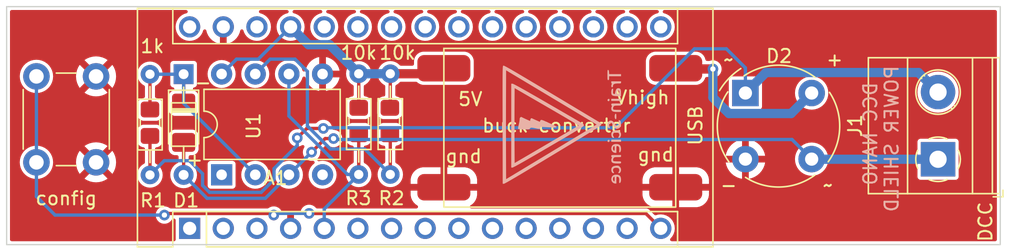
<source format=kicad_pcb>
(kicad_pcb (version 20211014) (generator pcbnew)
  (layers (0 "F.Cu" signal) (31 "B.Cu" signal) (34 "B.Paste" user) (35 "F.Paste" user) (36 "B.SilkS" user "B.Silkscreen") (37 "F.SilkS" user "F.Silkscreen") (38 "B.Mask" user) (39 "F.Mask" user) (44 "Edge.Cuts" user))
  (net 0 "")
  (net 4 "GND")
  (net 5 "/DCC")
  (net 15 "Net-(A1-Pad15)")
  (net 27 "+5V")
  (net 30 "Net-(D1-Pad1)")
  (net 31 "/DCC_B")
  (net 32 "/DCC_A")
  (net 33 "Net-(D2-Pad4)")
  (net 34 "Net-(R2-Pad2)")
  (footprint "Button_Switch_THT:SW_PUSH_6mm" (layer "F.Cu") (at 87.75 92.277 90)
    (fp_text reference "SW1" hide)
    (fp_text value "config" (at -2.723 2.25 180) (layer "F.SilkS"))
    (fp_line (start 5.5 -1) (end 1 -1) (layer "F.SilkS") (width 0.12))
    (fp_line (start 1 5.5) (end 5.5 5.5) (layer "F.SilkS") (width 0.12))
    (fp_line (start 6.75 3) (end 6.75 1.5) (layer "F.SilkS") (width 0.12))
    (fp_line (start -0.25 1.5) (end -0.25 3) (layer "F.SilkS") (width 0.12))
    (pad "1" thru_hole circle (at 0 0 180) (size 2 2) (drill 1.1) (layers *.Cu *.Mask) (net 15 "Net-(A1-Pad15)"))
    (pad "1" thru_hole circle (at 6.5 0 180) (size 2 2) (drill 1.1) (layers *.Cu *.Mask) (net 15 "Net-(A1-Pad15)"))
    (pad "2" thru_hole circle (at 0 4.5 180) (size 2 2) (drill 1.1) (layers *.Cu *.Mask) (net 4 "GND"))
    (pad "2" thru_hole circle (at 6.5 4.5 180) (size 2 2) (drill 1.1) (layers *.Cu *.Mask) (net 4 "GND"))
  )
  (footprint "Package_DIP:DIP-8_W7.62mm" (layer "F.Cu") (at 101.727 93.218 90)
    (fp_text reference "U1" (at 3.683 2.413 90) (layer "F.SilkS"))
    (fp_text value "6N137")
    (fp_line (start 6.46 -1.33) (end 4.81 -1.33) (layer "F.SilkS") (width 0.12))
    (fp_line (start 2.81 -1.33) (end 1.16 -1.33) (layer "F.SilkS") (width 0.12))
    (fp_line (start 1.16 8.95) (end 6.46 8.95) (layer "F.SilkS") (width 0.12))
    (fp_line (start 1.16 -1.33) (end 1.16 8.95) (layer "F.SilkS") (width 0.12))
    (fp_line (start 6.46 8.95) (end 6.46 -1.33) (layer "F.SilkS") (width 0.12))
    (fp_arc (start 4.81 -1.33) (mid 3.81 -0.33) (end 2.81 -1.33) (layer "F.SilkS") (width 0.12))
    (pad "1" thru_hole rect (at 0 0 90) (size 1.6 1.6) (drill 0.8) (layers *.Cu *.Mask))
    (pad "2" thru_hole oval (at 0 2.54 90) (size 1.6 1.6) (drill 0.8) (layers *.Cu *.Mask) (net 30 "Net-(D1-Pad1)"))
    (pad "3" thru_hole oval (at 0 5.08 90) (size 1.6 1.6) (drill 0.8) (layers *.Cu *.Mask) (net 31 "/DCC_B"))
    (pad "4" thru_hole oval (at 0 7.62 90) (size 1.6 1.6) (drill 0.8) (layers *.Cu *.Mask))
    (pad "5" thru_hole oval (at 7.62 7.62 90) (size 1.6 1.6) (drill 0.8) (layers *.Cu *.Mask) (net 4 "GND"))
    (pad "6" thru_hole oval (at 7.62 5.08 90) (size 1.6 1.6) (drill 0.8) (layers *.Cu *.Mask) (net 5 "/DCC"))
    (pad "7" thru_hole oval (at 7.62 2.54 90) (size 1.6 1.6) (drill 0.8) (layers *.Cu *.Mask) (net 34 "Net-(R2-Pad2)"))
    (pad "8" thru_hole oval (at 7.62 0 90) (size 1.6 1.6) (drill 0.8) (layers *.Cu *.Mask) (net 27 "+5V"))
  )
  (footprint "Resistor_SMD:R_0805_2012Metric_Pad1.20x1.40mm_HandSolder" (layer "F.Cu") (at 96.32 89.281 90)
    (fp_text reference "R11" hide)
    (fp_text value "1k")
    (fp_line (start -0.227064 0.735) (end 0.227064 0.735) (layer "F.SilkS") (width 0.12))
    (fp_line (start -0.227064 -0.735) (end 0.227064 -0.735) (layer "F.SilkS") (width 0.12))
    (pad "1" smd roundrect (at -1 0 90) (size 1.2 1.4) (layers "F.Cu" "F.Paste" "F.Mask") (roundrect_rratio 0.2083333333) (net 32 "/DCC_A"))
    (pad "2" smd roundrect (at 1 0 90) (size 1.2 1.4) (layers "F.Cu" "F.Paste" "F.Mask") (roundrect_rratio 0.2083333333) (net 30 "Net-(D1-Pad1)"))
  )
  (footprint "Diode_SMD:D_1206_3216Metric_Pad1.42x1.75mm_HandSolder" (layer "F.Cu") (at 98.86 89.281 -90)
    (fp_text reference "D11" hide)
    (fp_text value "D")
    (fp_line (start -2.46 -1.135) (end -2.46 1.135) (layer "F.SilkS") (width 0.12))
    (fp_line (start -2.46 1.135) (end 1.6 1.135) (layer "F.SilkS") (width 0.12))
    (fp_line (start 1.6 -1.135) (end -2.46 -1.135) (layer "F.SilkS") (width 0.12))
    (pad "1" smd roundrect (at -1.4875 0 270) (size 1.425 1.75) (layers "F.Cu" "F.Paste" "F.Mask") (roundrect_rratio 0.1754392982) (net 30 "Net-(D1-Pad1)"))
    (pad "2" smd roundrect (at 1.4875 0 270) (size 1.425 1.75) (layers "F.Cu" "F.Paste" "F.Mask") (roundrect_rratio 0.1754392982) (net 31 "/DCC_B"))
  )
  (footprint "Resistor_THT:R_Axial_DIN0204_L3.6mm_D1.6mm_P7.62mm_Horizontal" (layer "F.Cu") (at 114.459 85.577 -90)
    (fp_text reference "R2" (at 9.419 -0.095) (layer "F.SilkS"))
    (fp_text value "10k" (at -1.577 -0.541 180) (layer "F.SilkS"))
    (fp_line (start 1.89 -0.92) (end 1.89 0.92) (layer "F.SilkS") (width 0.12))
    (fp_line (start 0.94 0) (end 1.89 0) (layer "F.SilkS") (width 0.12))
    (fp_line (start 5.73 -0.92) (end 1.89 -0.92) (layer "F.SilkS") (width 0.12))
    (fp_line (start 6.68 0) (end 5.73 0) (layer "F.SilkS") (width 0.12))
    (fp_line (start 1.89 0.92) (end 5.73 0.92) (layer "F.SilkS") (width 0.12))
    (fp_line (start 5.73 0.92) (end 5.73 -0.92) (layer "F.SilkS") (width 0.12))
    (pad "1" thru_hole circle (at 0 0 270) (size 1.4 1.4) (drill 0.7) (layers *.Cu *.Mask) (net 27 "+5V"))
    (pad "2" thru_hole oval (at 7.62 0 270) (size 1.4 1.4) (drill 0.7) (layers *.Cu *.Mask) (net 34 "Net-(R2-Pad2)"))
  )
  (footprint "Module:Arduino_Nano" (layer "F.Cu") (at 99.314 97.272 90)
    (fp_text reference "A1" (at 3.8 6.477 180) (layer "F.SilkS"))
    (fp_text value "Arduino_Nano_v3.x")
    (fp_line (start 1.27 36.83) (end -1.4 36.83) (layer "F.SilkS") (width 0.12))
    (fp_line (start -1.4 -3.94) (end -1.4 -1.27) (layer "F.SilkS") (width 0.12))
    (fp_line (start 1.27 1.27) (end 1.27 36.83) (layer "F.SilkS") (width 0.12))
    (fp_line (start 1.27 1.27) (end 1.27 -1.27) (layer "F.SilkS") (width 0.12))
    (fp_line (start 16.64 -3.94) (end -1.4 -3.94) (layer "F.SilkS") (width 0.12))
    (fp_line (start 16.64 39.5) (end 16.64 -3.94) (layer "F.SilkS") (width 0.12))
    (fp_line (start 13.97 -1.27) (end 16.64 -1.27) (layer "F.SilkS") (width 0.12))
    (fp_line (start 13.97 -1.27) (end 13.97 36.83) (layer "F.SilkS") (width 0.12))
    (fp_line (start 1.27 -1.27) (end -1.4 -1.27) (layer "F.SilkS") (width 0.12))
    (fp_line (start -1.4 1.27) (end -1.4 39.5) (layer "F.SilkS") (width 0.12))
    (fp_line (start 13.97 36.83) (end 16.64 36.83) (layer "F.SilkS") (width 0.12))
    (fp_line (start 1.27 1.27) (end -1.4 1.27) (layer "F.SilkS") (width 0.12))
    (fp_line (start -1.4 39.5) (end 16.64 39.5) (layer "F.SilkS") (width 0.12))
    (pad "1" thru_hole rect (at 0 0 90) (size 1.6 1.6) (drill 1) (layers *.Cu *.Mask))
    (pad "2" thru_hole oval (at 0 2.54 90) (size 1.6 1.6) (drill 1) (layers *.Cu *.Mask))
    (pad "3" thru_hole oval (at 0 5.08 90) (size 1.6 1.6) (drill 1) (layers *.Cu *.Mask))
    (pad "4" thru_hole oval (at 0 7.62 90) (size 1.6 1.6) (drill 1) (layers *.Cu *.Mask) (net 4 "GND"))
    (pad "5" thru_hole oval (at 0 10.16 90) (size 1.6 1.6) (drill 1) (layers *.Cu *.Mask) (net 5 "/DCC"))
    (pad "6" thru_hole oval (at 0 12.7 90) (size 1.6 1.6) (drill 1) (layers *.Cu *.Mask))
    (pad "7" thru_hole oval (at 0 15.24 90) (size 1.6 1.6) (drill 1) (layers *.Cu *.Mask))
    (pad "8" thru_hole oval (at 0 17.78 90) (size 1.6 1.6) (drill 1) (layers *.Cu *.Mask))
    (pad "9" thru_hole oval (at 0 20.32 90) (size 1.6 1.6) (drill 1) (layers *.Cu *.Mask))
    (pad "10" thru_hole oval (at 0 22.86 90) (size 1.6 1.6) (drill 1) (layers *.Cu *.Mask))
    (pad "11" thru_hole oval (at 0 25.4 90) (size 1.6 1.6) (drill 1) (layers *.Cu *.Mask))
    (pad "12" thru_hole oval (at 0 27.94 90) (size 1.6 1.6) (drill 1) (layers *.Cu *.Mask))
    (pad "13" thru_hole oval (at 0 30.48 90) (size 1.6 1.6) (drill 1) (layers *.Cu *.Mask))
    (pad "14" thru_hole oval (at 0 33.02 90) (size 1.6 1.6) (drill 1) (layers *.Cu *.Mask))
    (pad "15" thru_hole oval (at 0 35.56 90) (size 1.6 1.6) (drill 1) (layers *.Cu *.Mask) (net 15 "Net-(A1-Pad15)"))
    (pad "16" thru_hole oval (at 15.24 35.56 90) (size 1.6 1.6) (drill 1) (layers *.Cu *.Mask))
    (pad "17" thru_hole oval (at 15.24 33.02 90) (size 1.6 1.6) (drill 1) (layers *.Cu *.Mask))
    (pad "18" thru_hole oval (at 15.24 30.48 90) (size 1.6 1.6) (drill 1) (layers *.Cu *.Mask))
    (pad "19" thru_hole oval (at 15.24 27.94 90) (size 1.6 1.6) (drill 1) (layers *.Cu *.Mask))
    (pad "20" thru_hole oval (at 15.24 25.4 90) (size 1.6 1.6) (drill 1) (layers *.Cu *.Mask))
    (pad "21" thru_hole oval (at 15.24 22.86 90) (size 1.6 1.6) (drill 1) (layers *.Cu *.Mask))
    (pad "22" thru_hole oval (at 15.24 20.32 90) (size 1.6 1.6) (drill 1) (layers *.Cu *.Mask))
    (pad "23" thru_hole oval (at 15.24 17.78 90) (size 1.6 1.6) (drill 1) (layers *.Cu *.Mask))
    (pad "24" thru_hole oval (at 15.24 15.24 90) (size 1.6 1.6) (drill 1) (layers *.Cu *.Mask))
    (pad "25" thru_hole oval (at 15.24 12.7 90) (size 1.6 1.6) (drill 1) (layers *.Cu *.Mask))
    (pad "26" thru_hole oval (at 15.24 10.16 90) (size 1.6 1.6) (drill 1) (layers *.Cu *.Mask))
    (pad "27" thru_hole oval (at 15.24 7.62 90) (size 1.6 1.6) (drill 1) (layers *.Cu *.Mask) (net 27 "+5V"))
    (pad "28" thru_hole oval (at 15.24 5.08 90) (size 1.6 1.6) (drill 1) (layers *.Cu *.Mask))
    (pad "29" thru_hole oval (at 15.24 2.54 90) (size 1.6 1.6) (drill 1) (layers *.Cu *.Mask) (net 4 "GND"))
    (pad "30" thru_hole oval (at 15.24 0 90) (size 1.6 1.6) (drill 1) (layers *.Cu *.Mask))
  )
  (footprint "Resistor_SMD:R_0805_2012Metric_Pad1.20x1.40mm_HandSolder" (layer "F.Cu") (at 112.078 89.154 -90)
    (fp_text reference "R31" hide)
    (fp_text value "10k")
    (fp_line (start -0.227064 0.735) (end 0.227064 0.735) (layer "F.SilkS") (width 0.12))
    (fp_line (start -0.227064 -0.735) (end 0.227064 -0.735) (layer "F.SilkS") (width 0.12))
    (pad "1" smd roundrect (at -1 0 270) (size 1.2 1.4) (layers "F.Cu" "F.Paste" "F.Mask") (roundrect_rratio 0.2083333333) (net 27 "+5V"))
    (pad "2" smd roundrect (at 1 0 270) (size 1.2 1.4) (layers "F.Cu" "F.Paste" "F.Mask") (roundrect_rratio 0.2083333333) (net 5 "/DCC"))
  )
  (footprint "custom_kicad_lib_sk:Buck" (layer "F.Cu") (at 125.004 88.162)
    (fp_text reference "U2")
    (fp_text value "Buck")
    (fp_text user "gnd" (at -5.004 3.659 unlocked) (layer "F.SilkS"))
    (fp_text user "gnd" (at 9.496 3.532 unlocked) (layer "F.SilkS"))
    (fp_text user "5V" (at -4.504 -0.662 unlocked) (layer "F.SilkS"))
    (fp_text user "Vhigh" (at 8.496 -0.786 unlocked) (layer "F.SilkS"))
    (fp_rect (start -6.5 -4.5) (end 11 7.5) (layer "F.SilkS") (width 0.12) (fill none))
    (pad "1" smd roundrect (at -6.5 -3) (size 4 2) (layers "F.Cu" "F.Paste" "F.Mask") (net 27 "+5V"))
    (pad "2" smd roundrect (at -6.5 6) (size 4 2) (layers "F.Cu" "F.Paste" "F.Mask") (net 4 "GND"))
    (pad "3" smd roundrect (at 11 6) (size 4 2) (layers "F.Cu" "F.Paste" "F.Mask") (net 4 "GND"))
    (pad "4" smd roundrect (at 11 -3) (size 4 2) (layers "F.Cu" "F.Paste" "F.Mask") (net 33 "Net-(D2-Pad4)"))
  )
  (footprint "Resistor_THT:R_Axial_DIN0204_L3.6mm_D1.6mm_P7.62mm_Horizontal" (layer "F.Cu") (at 112.078 85.577 -90)
    (fp_text reference "R3" (at 9.419 0.024 180) (layer "F.SilkS"))
    (fp_text value "10k" (at -1.577 0) (layer "F.SilkS"))
    (fp_line (start 5.73 0.92) (end 5.73 -0.92) (layer "F.SilkS") (width 0.12))
    (fp_line (start 1.89 0.92) (end 5.73 0.92) (layer "F.SilkS") (width 0.12))
    (fp_line (start 5.73 -0.92) (end 1.89 -0.92) (layer "F.SilkS") (width 0.12))
    (fp_line (start 6.68 0) (end 5.73 0) (layer "F.SilkS") (width 0.12))
    (fp_line (start 0.94 0) (end 1.89 0) (layer "F.SilkS") (width 0.12))
    (fp_line (start 1.89 -0.92) (end 1.89 0.92) (layer "F.SilkS") (width 0.12))
    (pad "1" thru_hole circle (at 0 0 270) (size 1.4 1.4) (drill 0.7) (layers *.Cu *.Mask) (net 27 "+5V"))
    (pad "2" thru_hole oval (at 7.62 0 270) (size 1.4 1.4) (drill 0.7) (layers *.Cu *.Mask) (net 5 "/DCC"))
  )
  (footprint "Diode_THT:Diode_Bridge_Round_D9.0mm" (layer "F.Cu") (at 141.264 87.035)
    (fp_text reference "D2" (at 2.54 -2.794) (layer "F.SilkS"))
    (fp_text value "D_Bridge_+A-A")
    (fp_arc (start -1.954487 -0.183757) (mid -1.246061 -1.107219) (end -0.35 -1.85) (layer "F.SilkS") (width 0.12))
    (fp_arc (start 6.35 -0.05) (mid 7.117021 2.590098) (end 6.247584 5.198261) (layer "F.SilkS") (width 0.12))
    (fp_arc (start -0.1 -1.3) (mid 2.595106 -2.103363) (end 5.254731 -1.189371) (layer "F.SilkS") (width 0.12))
    (fp_arc (start -1.25 5.2) (mid -2.120355 2.569427) (end -1.329431 -0.086109) (layer "F.SilkS") (width 0.12))
    (fp_arc (start 5.25 6.2) (mid 2.657169 7.107363) (end 0.008533 6.3788) (layer "F.SilkS") (width 0.12))
    (pad "1" thru_hole rect (at 0 0) (size 2 2) (drill 1) (layers *.Cu *.Mask) (net 32 "/DCC_A"))
    (pad "2" thru_hole oval (at 0 5) (size 2 2) (drill 1) (layers *.Cu *.Mask) (net 4 "GND"))
    (pad "3" thru_hole oval (at 5 5) (size 2 2) (drill 1) (layers *.Cu *.Mask) (net 31 "/DCC_B"))
    (pad "4" thru_hole oval (at 5 0) (size 2 2) (drill 1) (layers *.Cu *.Mask) (net 33 "Net-(D2-Pad4)"))
  )
  (footprint "TerminalBlock_Phoenix:TerminalBlock_Phoenix_MKDS-1,5-2-5.08_1x02_P5.08mm_Horizontal" (layer "F.Cu") (at 155.805 92.045 90)
    (fp_text reference "J1" (at 2.54 -6.26 90) (layer "F.SilkS"))
    (fp_text value "Screw_Terminal_01x02")
    (fp_line (start -2.6 4.66) (end 7.68 4.66) (layer "F.SilkS") (width 0.12))
    (fp_line (start 6.355 -1.069) (end 6.308 -1.023) (layer "F.SilkS") (width 0.12))
    (fp_line (start 3.853 1.023) (end 3.806 1.069) (layer "F.SilkS") (width 0.12))
    (fp_line (start -2.6 2.6) (end 7.68 2.6) (layer "F.SilkS") (width 0.12))
    (fp_line (start -2.84 4.9) (end -2.34 4.9) (layer "F.SilkS") (width 0.12))
    (fp_line (start 7.68 -5.261) (end 7.68 4.66) (layer "F.SilkS") (width 0.12))
    (fp_line (start -2.84 4.16) (end -2.84 4.9) (layer "F.SilkS") (width 0.12))
    (fp_line (start 4.046 1.239) (end 4.011 1.274) (layer "F.SilkS") (width 0.12))
    (fp_line (start -2.6 -2.301) (end 7.68 -2.301) (layer "F.SilkS") (width 0.12))
    (fp_line (start -2.6 4.1) (end 7.68 4.1) (layer "F.SilkS") (width 0.12))
    (fp_line (start 6.15 -1.275) (end 6.115 -1.239) (layer "F.SilkS") (width 0.12))
    (fp_line (start -2.6 -5.261) (end -2.6 4.66) (layer "F.SilkS") (width 0.12))
    (fp_line (start -2.6 -5.261) (end 7.68 -5.261) (layer "F.SilkS") (width 0.12))
    (fp_arc (start 1.535427 -0.683042) (mid 1.680501 0.000524) (end 1.535 0.684) (layer "F.SilkS") (width 0.12))
    (fp_arc (start 0.683318 1.534756) (mid 0.349292 1.643288) (end 0 1.68) (layer "F.SilkS") (width 0.12))
    (fp_arc (start -1.535427 0.683042) (mid -1.680501 -0.000524) (end -1.535 -0.684) (layer "F.SilkS") (width 0.12))
    (fp_arc (start -0.683042 -1.535427) (mid 0.000524 -1.680501) (end 0.684 -1.535) (layer "F.SilkS") (width 0.12))
    (fp_arc (start 0.028805 1.680253) (mid -0.335551 1.646659) (end -0.684 1.535) (layer "F.SilkS") (width 0.12))
    (fp_circle (center 5.08 0) (end 6.76 0) (layer "F.SilkS") (width 0.12) (fill none))
    (pad "1" thru_hole rect (at 0 0 90) (size 2.6 2.6) (drill 1.3) (layers *.Cu *.Mask) (net 31 "/DCC_B"))
    (pad "2" thru_hole circle (at 5.08 0 90) (size 2.6 2.6) (drill 1.3) (layers *.Cu *.Mask) (net 32 "/DCC_A"))
  )
  (footprint "Resistor_THT:R_Axial_DIN0204_L3.6mm_D1.6mm_P7.62mm_Horizontal" (layer "F.Cu") (at 96.32 93.233 90)
    (fp_text reference "R1" (at -1.926 0.23 180) (layer "F.SilkS"))
    (fp_text value "1k" (at 9.733 0.18 180) (layer "F.SilkS"))
    (fp_line (start 1.89 0.92) (end 5.73 0.92) (layer "F.SilkS") (width 0.12))
    (fp_line (start 5.73 -0.92) (end 1.89 -0.92) (layer "F.SilkS") (width 0.12))
    (fp_line (start 0.94 0) (end 1.89 0) (layer "F.SilkS") (width 0.12))
    (fp_line (start 6.68 0) (end 5.73 0) (layer "F.SilkS") (width 0.12))
    (fp_line (start 1.89 -0.92) (end 1.89 0.92) (layer "F.SilkS") (width 0.12))
    (fp_line (start 5.73 0.92) (end 5.73 -0.92) (layer "F.SilkS") (width 0.12))
    (pad "1" thru_hole circle (at 0 0 90) (size 1.4 1.4) (drill 0.7) (layers *.Cu *.Mask) (net 32 "/DCC_A"))
    (pad "2" thru_hole oval (at 7.62 0 90) (size 1.4 1.4) (drill 0.7) (layers *.Cu *.Mask) (net 30 "Net-(D1-Pad1)"))
  )
  (footprint "Diode_THT:D_DO-34_SOD68_P7.62mm_Horizontal" (layer "F.Cu") (at 98.86 85.608 -90)
    (fp_text reference "D1" (at 9.551 -0.19 180) (layer "F.SilkS"))
    (fp_text value "D")
    (fp_text user "-" (at 0.625 -1.47 180) (layer "F.SilkS"))
    (fp_line (start 2.626 -0.92) (end 2.626 0.92) (layer "F.SilkS") (width 0.12))
    (fp_line (start 2.746 -0.92) (end 2.746 0.92) (layer "F.SilkS") (width 0.12))
    (fp_line (start 0.99 0) (end 2.17 0) (layer "F.SilkS") (width 0.12))
    (fp_line (start 6.63 0) (end 5.45 0) (layer "F.SilkS") (width 0.12))
    (fp_line (start 2.17 -0.92) (end 2.17 0.92) (layer "F.SilkS") (width 0.12))
    (fp_line (start 2.866 -0.92) (end 2.866 0.92) (layer "F.SilkS") (width 0.12))
    (fp_line (start 2.17 0.92) (end 5.45 0.92) (layer "F.SilkS") (width 0.12))
    (fp_line (start 5.45 0.92) (end 5.45 -0.92) (layer "F.SilkS") (width 0.12))
    (fp_line (start 5.45 -0.92) (end 2.17 -0.92) (layer "F.SilkS") (width 0.12))
    (pad "1" thru_hole rect (at 0 0 270) (size 1.5 1.5) (drill 0.75) (layers *.Cu *.Mask) (net 30 "Net-(D1-Pad1)"))
    (pad "2" thru_hole oval (at 7.62 0 270) (size 1.5 1.5) (drill 0.75) (layers *.Cu *.Mask) (net 31 "/DCC_B"))
  )
  (footprint "Resistor_SMD:R_0805_2012Metric_Pad1.20x1.40mm_HandSolder" (layer "F.Cu") (at 114.427 89.154 -90)
    (fp_text reference "R21" hide)
    (fp_text value "10k")
    (fp_line (start -0.227064 0.735) (end 0.227064 0.735) (layer "F.SilkS") (width 0.12))
    (fp_line (start -0.227064 -0.735) (end 0.227064 -0.735) (layer "F.SilkS") (width 0.12))
    (pad "1" smd roundrect (at -1 0 270) (size 1.2 1.4) (layers "F.Cu" "F.Paste" "F.Mask") (roundrect_rratio 0.2083333333) (net 27 "+5V"))
    (pad "2" smd roundrect (at 1 0 270) (size 1.2 1.4) (layers "F.Cu" "F.Paste" "F.Mask") (roundrect_rratio 0.2083333333) (net 34 "Net-(R2-Pad2)"))
  )
  (footprint "custom_kicad_lib_sk:Train-Science logo small" (layer "B.Cu") (at 127.5 89.5 -90)
    (fp_text reference "G***" hide)
    (fp_text value "LOGO" hide)
    (fp_poly (pts (xy -0.612737 -3.9006) (xy -0.533283 -3.922266) (xy -0.490713 -3.961014) (xy -0.488845 -3.967744) (xy -0.490951 -3.998166) (xy -0.520453 -4.01526) (xy -0.590351 -4.022672) (xy -0.689781 -4.024081) (xy -0.808268 -4.020841) (xy -0.874379 -4.009353) (xy -0.899883 -3.986965) (xy -0.901394 -3.976406) (xy -0.873403 -3.933919) (xy -0.802697 -3.906845) (xy -0.709175 -3.895599)) (layer "B.SilkS") (width 0) (fill solid))
    (fp_poly (pts (xy 0.250482 3.398018) (xy 0.258312 3.360431) (xy 0.266207 3.271171) (xy 0.273323 3.142944) (xy 0.278815 2.988455) (xy 0.279494 2.961822) (xy 0.283147 2.79102) (xy 0.28333 2.672993) (xy 0.27842 2.596159) (xy 0.266793 2.548934) (xy 0.246824 2.519735) (xy 0.216889 2.496979) (xy 0.214047 2.495112) (xy 0.177374 2.463714) (xy 0.157846 2.420729) (xy 0.155167 2.353836) (xy 0.169042 2.250716) (xy 0.199173 2.099046) (xy 0.20399 2.076426) (xy 0.234196 1.927607) (xy 0.248081 1.829473) (xy 0.244797 1.770209) (xy 0.223496 1.738003) (xy 0.183328 1.721039) (xy 0.178383 1.719762) (xy 0.093995 1.698582) (xy 0.113104 1.340229) (xy 0.122361 1.168329) (xy 0.13182 0.9955) (xy 0.140114 0.846597) (xy 0.144094 0.776804) (xy 0.147732 0.616402) (xy 0.136399 0.518612) (xy 0.110043 0.48341) (xy 0.068612 0.510774) (xy 0.012053 0.600683) (xy -0.036281 0.70019) (xy -0.094889 0.829583) (xy -0.151819 0.955614) (xy -0.192615 1.046261) (xy -0.235959 1.142058) (xy -0.293724 1.268625) (xy -0.352412 1.396402) (xy -0.410483 1.535855) (xy -0.432862 1.630868) (xy -0.419591 1.690556) (xy -0.370712 1.724039) (xy -0.353957 1.729118) (xy -0.302087 1.746117) (xy -0.289734 1.754248) (xy -0.301976 1.787815) (xy -0.333966 1.863803) (xy -0.378601 1.966115) (xy -0.428778 2.078653) (xy -0.477393 2.185319) (xy -0.517132 2.269582) (xy -0.553917 2.350924) (xy -0.561542 2.396199) (xy -0.540994 2.426228) (xy -0.525165 2.438593) (xy -0.452176 2.472508) (xy -0.412351 2.478834) (xy -0.36338 2.484926) (xy -0.354119 2.492061) (xy -0.366789 2.526986) (xy -0.400137 2.60474) (xy -0.447168 2.710013) (xy -0.500888 2.827498) (xy -0.554304 2.941887) (xy -0.600421 3.037873) (xy -0.630486 3.096942) (xy -0.659596 3.160107) (xy -0.65177 3.193594) (xy -0.620583 3.213855) (xy -0.53333 3.246777) (xy -0.395236 3.27925) (xy -0.273637 3.301207) (xy -0.190498 3.31751) (xy -0.07335 3.34338) (xy 0.027233 3.367139) (xy 0.134416 3.389945) (xy 0.215087 3.40089)) (layer "B.SilkS") (width 0) (fill solid))
    (fp_poly (pts (xy 4.191957 -3.665419) (xy 4.293411 -3.737669) (xy 4.360573 -3.838471) (xy 4.3782 -3.925027) (xy 4.3782 -4.024081) (xy 4.120659 -4.024081) (xy 3.992123 -4.025517) (xy 3.915069 -4.031892) (xy 3.876617 -4.046313) (xy 3.86389 -4.071882) (xy 3.863118 -4.086167) (xy 3.886785 -4.17496) (xy 3.959423 -4.227168) (xy 4.083491 -4.244072) (xy 4.15906 -4.240295) (xy 4.267524 -4.233706) (xy 4.325375 -4.2403) (xy 4.345405 -4.262067) (xy 4.346008 -4.269376) (xy 4.317527 -4.321331) (xy 4.243324 -4.357024) (xy 4.140255 -4.375338) (xy 4.025174 -4.375154) (xy 3.91494 -4.355354) (xy 3.826407 -4.31482) (xy 3.813457 -4.304705) (xy 3.748327 -4.223779) (xy 3.71501 -4.110586) (xy 3.710957 -4.07989) (xy 3.714938 -3.908) (xy 3.730244 -3.869557) (xy 3.863118 -3.869557) (xy 3.892233 -3.883662) (xy 3.967337 -3.893017) (xy 4.040178 -3.895311) (xy 4.137154 -3.891076) (xy 4.201466 -3.880152) (xy 4.217237 -3.869557) (xy 4.188421 -3.814477) (xy 4.114915 -3.776712) (xy 4.040178 -3.76654) (xy 3.945509 -3.783306) (xy 3.880602 -3.826073) (xy 3.863118 -3.869557) (xy 3.730244 -3.869557) (xy 3.767799 -3.775233) (xy 3.866587 -3.685192) (xy 4.008349 -3.641482) (xy 4.073248 -3.637769)) (layer "B.SilkS") (width 0) (fill solid))
    (fp_poly (pts (xy -2.40532 -3.645768) (xy -2.326525 -3.67613) (xy -2.275297 -3.738404) (xy -2.245189 -3.842138) (xy -2.22975 -3.996881) (xy -2.226439 -4.069661) (xy -2.215488 -4.366149) (xy -2.45432 -4.371021) (xy -2.611055 -4.367821) (xy -2.715337 -4.349617) (xy -2.763052 -4.326932) (xy -2.817997 -4.253657) (xy -2.8318 -4.157537) (xy -2.826579 -4.141434) (xy -2.663371 -4.141434) (xy -2.661178 -4.198977) (xy -2.617211 -4.235887) (xy -2.541587 -4.248708) (xy -2.462907 -4.236034) (xy -2.420887 -4.210799) (xy -2.387663 -4.147033) (xy -2.382256 -4.110009) (xy -2.391113 -4.070273) (xy -2.429399 -4.05887) (xy -2.5002 -4.066989) (xy -2.611613 -4.096669) (xy -2.663371 -4.141434) (xy -2.826579 -4.141434) (xy -2.80241 -4.066887) (xy -2.783578 -4.04369) (xy -2.714915 -4.000608) (xy -2.611053 -3.960717) (xy -2.500848 -3.933723) (xy -2.438593 -3.927683) (xy -2.39073 -3.905832) (xy -2.389171 -3.848663) (xy -2.411779 -3.801951) (xy -2.44845 -3.775964) (xy -2.522247 -3.768689) (xy -2.620538 -3.77548) (xy -2.726931 -3.782973) (xy -2.782746 -3.776184) (xy -2.800575 -3.753278) (xy -2.80076 -3.74925) (xy -2.770723 -3.693209) (xy -2.685633 -3.655257) (xy -2.553023 -3.638364) (xy -2.518132 -3.637769)) (layer "B.SilkS") (width 0) (fill solid))
    (fp_poly (pts (xy -2.177236 4.566716) (xy -1.724771 4.566214) (xy -1.217326 4.565463) (xy -0.651718 4.564501) (xy -0.055144 4.563421) (xy 4.394297 4.55526) (xy 4.402412 4.474778) (xy 4.392766 4.444092) (xy 4.360546 4.377472) (xy 4.304831 4.273357) (xy 4.224701 4.130187) (xy 4.119236 3.9464) (xy 3.987517 3.720436) (xy 3.828623 3.450735) (xy 3.641634 3.135735) (xy 3.425631 2.773875) (xy 3.179692 2.363596) (xy 2.902899 1.903335) (xy 2.594331 1.391532) (xy 2.253068 0.826627) (xy 2.210681 0.756527) (xy 1.892208 0.230049) (xy 1.605234 -0.243951) (xy 1.348069 -0.66817) (xy 1.119028 -1.045302) (xy 0.916421 -1.378044) (xy 0.738561 -1.669091) (xy 0.583761 -1.921141) (xy 0.450332 -2.136888) (xy 0.336586 -2.319029) (xy 0.240836 -2.470259) (xy 0.161394 -2.593274) (xy 0.096573 -2.690771) (xy 0.044683 -2.765444) (xy 0.004038 -2.819991) (xy -0.02705 -2.857107) (xy -0.05027 -2.879488) (xy -0.067308 -2.88983) (xy -0.073048 -2.891234) (xy -0.156237 -2.877194) (xy -0.204854 -2.826849) (xy -0.227047 -2.790521) (xy -0.280348 -2.702298) (xy -0.362758 -2.565508) (xy -0.47228 -2.383476) (xy -0.606914 -2.159531) (xy -0.764662 -1.897) (xy -0.943527 -1.599208) (xy -1.141509 -1.269484) (xy -1.356611 -0.911155) (xy -1.586834 -0.527547) (xy -1.830181 -0.121988) (xy -2.084652 0.302196) (xy -2.348249 0.741676) (xy -2.411808 0.847656) (xy -2.72913 1.377004) (xy -3.014693 1.853894) (xy -3.270035 2.280976) (xy -3.496692 2.660897) (xy -3.696204 2.996307) (xy -3.870107 3.289854) (xy -4.01994 3.544188) (xy -4.147239 3.761957) (xy -4.253544 3.94581) (xy -4.340391 4.098397) (xy -4.409319 4.222366) (xy -4.449721 4.297718) (xy -4.178624 4.297718) (xy -0.08088 -2.532058) (xy 0.192957 -2.079549) (xy 0.247331 -1.989669) (xy 0.332405 -1.84901) (xy 0.445566 -1.661887) (xy 0.584205 -1.43262) (xy 0.74571 -1.165527) (xy 0.92747 -0.864926) (xy 1.126875 -0.535135) (xy 1.341313 -0.180472) (xy 1.568173 0.194744) (xy 1.804844 0.586196) (xy 2.048716 0.989564) (xy 2.257763 1.33534) (xy 4.048733 4.297718) (xy 1.992174 4.306003) (xy 1.548356 4.307468) (xy 1.05587 4.308526) (xy 0.530432 4.309176) (xy -0.012241 4.309419) (xy -0.556433 4.309254) (xy -1.086428 4.308682) (xy -1.58651 4.307702) (xy -2.040962 4.306315) (xy -2.121505 4.306003) (xy -4.178624 4.297718) (xy -4.449721 4.297718) (xy -4.461864 4.320365) (xy -4.499566 4.395045) (xy -4.523961 4.449053) (xy -4.536588 4.485039) (xy -4.538984 4.505651) (xy -4.537712 4.509683) (xy -4.531875 4.518362) (xy -4.522005 4.526181) (xy -4.504918 4.533179) (xy -4.47743 4.539392) (xy -4.436357 4.54486) (xy -4.378514 4.549621) (xy -4.300717 4.553712) (xy -4.199782 4.557172) (xy -4.072525 4.560039) (xy -3.915762 4.562352) (xy -3.726308 4.564148) (xy -3.50098 4.565466) (xy -3.236592 4.566343) (xy -2.929962 4.566818) (xy -2.577905 4.56693)) (layer "B.SilkS") (width 0) (fill solid))
    (fp_poly (pts (xy 1.874086 -3.665419) (xy 1.97554 -3.737669) (xy 2.042702 -3.838471) (xy 2.06033 -3.925027) (xy 2.06033 -4.024081) (xy 1.802788 -4.024081) (xy 1.674253 -4.025517) (xy 1.597198 -4.031892) (xy 1.558746 -4.046313) (xy 1.54602 -4.071882) (xy 1.545247 -4.086167) (xy 1.568914 -4.17496) (xy 1.641552 -4.227168) (xy 1.76562 -4.244072) (xy 1.841189 -4.240295) (xy 1.949653 -4.233706) (xy 2.007504 -4.2403) (xy 2.027535 -4.262067) (xy 2.028137 -4.269376) (xy 1.999657 -4.321331) (xy 1.925454 -4.357024) (xy 1.822384 -4.375338) (xy 1.707304 -4.375154) (xy 1.597069 -4.355354) (xy 1.508536 -4.31482) (xy 1.495586 -4.304705) (xy 1.430456 -4.223779) (xy 1.397139 -4.110586) (xy 1.393087 -4.07989) (xy 1.397067 -3.908) (xy 1.412373 -3.869557) (xy 1.545247 -3.869557) (xy 1.574363 -3.883662) (xy 1.649466 -3.893017) (xy 1.722307 -3.895311) (xy 1.819283 -3.891076) (xy 1.883595 -3.880152) (xy 1.899366 -3.869557) (xy 1.87055 -3.814477) (xy 1.797044 -3.776712) (xy 1.722307 -3.76654) (xy 1.627639 -3.783306) (xy 1.562731 -3.826073) (xy 1.545247 -3.869557) (xy 1.412373 -3.869557) (xy 1.449928 -3.775233) (xy 1.548716 -3.685192) (xy 1.690478 -3.641482) (xy 1.755377 -3.637769)) (layer "B.SilkS") (width 0) (fill solid))
    (fp_poly (pts (xy -3.669632 -3.34866) (xy -3.559722 -3.351709) (xy -3.492918 -3.358945) (xy -3.458582 -3.372129) (xy -3.446076 -3.393024) (xy -3.444613 -3.412421) (xy -3.454092 -3.452657) (xy -3.493451 -3.471683) (xy -3.579073 -3.476782) (xy -3.58948 -3.476806) (xy -3.734347 -3.476806) (xy -3.734347 -4.3782) (xy -3.89531 -4.3782) (xy -3.89531 -3.480334) (xy -4.047936 -3.470522) (xy -4.148526 -3.457408) (xy -4.198923 -3.431105) (xy -4.21126 -3.404373) (xy -4.210399 -3.380588) (xy -4.190335 -3.364589) (xy -4.140901 -3.354863) (xy -4.051928 -3.349892) (xy -3.91325 -3.348161) (xy -3.833286 -3.348036)) (layer "B.SilkS") (width 0) (fill solid))
    (fp_poly (pts (xy 1.223321 -4.3782) (xy 1.062357 -4.3782) (xy 1.062357 -3.637769) (xy 1.223321 -3.637769)) (layer "B.SilkS") (width 0) (fill solid))
    (fp_poly (pts (xy 3.179239 3.830925) (xy 3.169077 3.796052) (xy 3.134748 3.721875) (xy 3.075339 3.60678) (xy 2.989941 3.449155) (xy 2.877641 3.24739) (xy 2.737526 2.999872) (xy 2.568687 2.704989) (xy 2.370211 2.361128) (xy 2.141187 1.966679) (xy 1.880703 1.52003) (xy 1.631778 1.09455) (xy 1.368647 0.645596) (xy 1.135907 0.249143) (xy 0.93161 -0.097982) (xy 0.753807 -0.398953) (xy 0.60055 -0.656942) (xy 0.469891 -0.875124) (xy 0.359881 -1.05667) (xy 0.268572 -1.204755) (xy 0.194014 -1.322552) (xy 0.134261 -1.413233) (xy 0.087362 -1.479973) (xy 0.051371 -1.525943) (xy 0.024337 -1.554318) (xy 0.004314 -1.568271) (xy -0.004969 -1.571019) (xy -0.078828 -1.563333) (xy -0.118283 -1.538827) (xy -0.138767 -1.505458) (xy -0.189191 -1.420294) (xy -0.267262 -1.287274) (xy -0.370688 -1.110339) (xy -0.497173 -0.893428) (xy -0.644426 -0.640482) (xy -0.810153 -0.355441) (xy -0.99206 -0.042244) (xy -1.187855 0.295169) (xy -1.395243 0.652857) (xy -1.611932 1.02688) (xy -1.660439 1.110646) (xy -1.943382 1.600038) (xy -2.194371 2.035755) (xy -2.414343 2.419476) (xy -2.604234 2.752877) (xy -2.764981 3.037634) (xy -2.89752 3.275425) (xy -3.002787 3.467927) (xy -3.081719 3.616816) (xy -3.100264 3.653866) (xy -2.831057 3.653866) (xy -1.427803 1.229825) (xy -1.217976 0.867944) (xy -1.017222 0.522838) (xy -0.827885 0.198474) (xy -0.652308 -0.101185) (xy -0.492836 -0.372174) (xy -0.351814 -0.61053) (xy -0.231586 -0.812287) (xy -0.134496 -0.973481) (xy -0.062889 -1.090149) (xy -0.019109 -1.158326) (xy -0.005551 -1.175218) (xy 0.013203 -1.145197) (xy 0.062076 -1.063637) (xy 0.138687 -0.934577) (xy 0.240658 -0.762061) (xy 0.365609 -0.55013) (xy 0.511161 -0.302826) (xy 0.674935 -0.02419) (xy 0.854552 0.281735) (xy 1.047632 0.610908) (xy 1.251797 0.959287) (xy 1.421346 1.248823) (xy 2.829247 3.653866) (xy 1.414623 3.662249) (xy 1.04211 3.663984) (xy 0.624153 3.665121) (xy 0.179691 3.665659) (xy -0.272337 3.665598) (xy -0.712992 3.664938) (xy -1.123334 3.663678) (xy -1.415529 3.662249) (xy -2.831057 3.653866) (xy -3.100264 3.653866) (xy -3.135253 3.723769) (xy -3.164325 3.790463) (xy -3.17064 3.814829) (xy -3.170976 3.911407) (xy 3.170976 3.911407)) (layer "B.SilkS") (width 0) (fill solid))
    (fp_poly (pts (xy 0.784156 -3.654371) (xy 0.871115 -3.697368) (xy 0.920801 -3.756548) (xy 0.922188 -3.814197) (xy 0.900905 -3.852981) (xy 0.870209 -3.843557) (xy 0.841851 -3.819211) (xy 0.752511 -3.7745) (xy 0.650954 -3.773442) (xy 0.566548 -3.81626) (xy 0.565671 -3.817129) (xy 0.529974 -3.888454) (xy 0.515171 -3.998249) (xy 0.515082 -4.007985) (xy 0.527932 -4.119813) (xy 0.562192 -4.195116) (xy 0.565671 -4.198841) (xy 0.649649 -4.242246) (xy 0.751171 -4.241772) (xy 0.840868 -4.197642) (xy 0.841851 -4.196759) (xy 0.887126 -4.162129) (xy 0.910558 -4.174932) (xy 0.922188 -4.201773) (xy 0.917633 -4.267108) (xy 0.862679 -4.324764) (xy 0.771275 -4.364981) (xy 0.670003 -4.3782) (xy 0.56494 -4.364144) (xy 0.478534 -4.312169) (xy 0.444446 -4.280323) (xy 0.39028 -4.220957) (xy 0.36277 -4.166703) (xy 0.355287 -4.094215) (xy 0.360798 -3.985733) (xy 0.391249 -3.823108) (xy 0.456936 -3.713042) (xy 0.560567 -3.652527) (xy 0.674274 -3.637769)) (layer "B.SilkS") (width 0) (fill solid))
    (fp_poly (pts (xy -1.179743 -3.652213) (xy -1.106639 -3.700519) (xy -1.060135 -3.79015) (xy -1.036075 -3.928568) (xy -1.030165 -4.092808) (xy -1.03083 -4.228722) (xy -1.035174 -4.312734) (xy -1.046716 -4.357328) (xy -1.068976 -4.374987) (xy -1.105476 -4.378194) (xy -1.110646 -4.3782) (xy -1.150723 -4.375415) (xy -1.174641 -4.358257) (xy -1.186568 -4.313522) (xy -1.190674 -4.228007) (xy -1.191128 -4.123292) (xy -1.193501 -3.995739) (xy -1.199781 -3.889366) (xy -1.208712 -3.82384) (xy -1.210669 -3.817462) (xy -1.256725 -3.775444) (xy -1.33462 -3.771399) (xy -1.424149 -3.805399) (xy -1.441506 -3.816654) (xy -1.477783 -3.84892) (xy -1.499291 -3.893461) (xy -1.50977 -3.966262) (xy -1.512958 -4.083304) (xy -1.513054 -4.122485) (xy -1.513927 -4.249664) (xy -1.519311 -4.325642) (xy -1.533355 -4.363601) (xy -1.560209 -4.376724) (xy -1.593536 -4.3782) (xy -1.674018 -4.3782) (xy -1.674018 -4.007985) (xy -1.67363 -3.849262) (xy -1.670933 -3.743962) (xy -1.663621 -3.681124) (xy -1.649392 -3.649787) (xy -1.625943 -3.638988) (xy -1.596219 -3.637769) (xy -1.53075 -3.652507) (xy -1.503665 -3.67801) (xy -1.482168 -3.702107) (xy -1.446255 -3.67801) (xy -1.387205 -3.651219) (xy -1.298048 -3.63805) (xy -1.283604 -3.637769)) (layer "B.SilkS") (width 0) (fill solid))
    (fp_poly (pts (xy 1.211443 -3.365565) (xy 1.235424 -3.397528) (xy 1.241537 -3.467248) (xy 1.192998 -3.5033) (xy 1.1387 -3.508999) (xy 1.079454 -3.497959) (xy 1.066286 -3.453786) (xy 1.068167 -3.436565) (xy 1.099438 -3.378361) (xy 1.155683 -3.352714)) (layer "B.SilkS") (width 0) (fill solid))
    (fp_poly (pts (xy -1.867174 -4.3782) (xy -2.028137 -4.3782) (xy -2.028137 -3.637769) (xy -1.867174 -3.637769)) (layer "B.SilkS") (width 0) (fill solid))
    (fp_poly (pts (xy 3.456146 -3.654371) (xy 3.543105 -3.697368) (xy 3.592791 -3.756548) (xy 3.594178 -3.814197) (xy 3.572895 -3.852981) (xy 3.542199 -3.843557) (xy 3.513841 -3.819211) (xy 3.424501 -3.7745) (xy 3.322943 -3.773442) (xy 3.238538 -3.81626) (xy 3.237661 -3.817129) (xy 3.201357 -3.890078) (xy 3.187495 -3.994878) (xy 3.196074 -4.103032) (xy 3.227095 -4.186043) (xy 3.237661 -4.198841) (xy 3.321639 -4.242246) (xy 3.423161 -4.241772) (xy 3.512857 -4.197642) (xy 3.513841 -4.196759) (xy 3.559116 -4.162129) (xy 3.582547 -4.174932) (xy 3.594178 -4.201773) (xy 3.589623 -4.267108) (xy 3.534669 -4.324764) (xy 3.443265 -4.364981) (xy 3.341993 -4.3782) (xy 3.23693 -4.364144) (xy 3.150524 -4.312169) (xy 3.116435 -4.280323) (xy 3.06227 -4.220957) (xy 3.03476 -4.166703) (xy 3.027277 -4.094215) (xy 3.032787 -3.985733) (xy 3.063239 -3.823108) (xy 3.128926 -3.713042) (xy 3.232557 -3.652527) (xy 3.346264 -3.637769)) (layer "B.SilkS") (width 0) (fill solid))
    (fp_poly (pts (xy 2.715567 -3.652213) (xy 2.788671 -3.700519) (xy 2.835175 -3.79015) (xy 2.859236 -3.928568) (xy 2.865146 -4.092808) (xy 2.86448 -4.228722) (xy 2.860137 -4.312734) (xy 2.848595 -4.357328) (xy 2.826334 -4.374987) (xy 2.789834 -4.378194) (xy 2.784664 -4.3782) (xy 2.744587 -4.375415) (xy 2.72067 -4.358257) (xy 2.708742 -4.313522) (xy 2.704637 -4.228007) (xy 2.704183 -4.123292) (xy 2.70181 -3.995739) (xy 2.69553 -3.889366) (xy 2.686599 -3.82384) (xy 2.684642 -3.817462) (xy 2.638586 -3.775444) (xy 2.56069 -3.771399) (xy 2.471162 -3.805399) (xy 2.453804 -3.816654) (xy 2.417528 -3.84892) (xy 2.396019 -3.893461) (xy 2.385541 -3.966262) (xy 2.382352 -4.083304) (xy 2.382256 -4.122485) (xy 2.381383 -4.249664) (xy 2.375999 -4.325642) (xy 2.361955 -4.363601) (xy 2.335101 -4.376724) (xy 2.301774 -4.3782) (xy 2.221293 -4.3782) (xy 2.221293 -4.007985) (xy 2.22168 -3.849262) (xy 2.224378 -3.743962) (xy 2.231689 -3.681124) (xy 2.245918 -3.649787) (xy 2.269368 -3.638988) (xy 2.299092 -3.637769) (xy 2.364561 -3.652507) (xy 2.391646 -3.67801) (xy 2.413142 -3.702107) (xy 2.449056 -3.67801) (xy 2.508105 -3.651219) (xy 2.597263 -3.63805) (xy 2.611707 -3.637769)) (layer "B.SilkS") (width 0) (fill solid))
    (fp_poly (pts (xy -3.20706 -3.649174) (xy -3.187072 -3.671095) (xy -3.167366 -3.687977) (xy -3.124803 -3.671095) (xy -3.032476 -3.639196) (xy -2.952967 -3.641074) (xy -2.904379 -3.674259) (xy -2.897338 -3.702155) (xy -2.912873 -3.749633) (xy -2.970283 -3.766013) (xy -2.992091 -3.76654) (xy -3.08017 -3.784752) (xy -3.139695 -3.843818) (xy -3.1741 -3.950385) (xy -3.18682 -4.1111) (xy -3.187072 -4.143919) (xy -3.188151 -4.264488) (xy -3.194538 -4.33444) (xy -3.210963 -4.367539) (xy -3.242154 -4.377549) (xy -3.267554 -4.3782) (xy -3.348035 -4.3782) (xy -3.348035 -3.637769) (xy -3.267554 -3.637769)) (layer "B.SilkS") (width 0) (fill solid))
    (fp_poly (pts (xy -1.879051 -3.365565) (xy -1.85507 -3.397528) (xy -1.848957 -3.467248) (xy -1.897497 -3.5033) (xy -1.951794 -3.508999) (xy -2.01104 -3.497959) (xy -2.024208 -3.453786) (xy -2.022328 -3.436565) (xy -1.991057 -3.378361) (xy -1.934811 -3.352714)) (layer "B.SilkS") (width 0) (fill solid))
    (fp_poly (pts (xy 0.08045 -3.363771) (xy 0.163476 -3.40824) (xy 0.193154 -3.477335) (xy 0.193156 -3.477939) (xy 0.170182 -3.528914) (xy 0.121334 -3.539789) (xy 0.080482 -3.508999) (xy 0.032611 -3.483439) (xy -0.047363 -3.477888) (xy -0.130866 -3.490818) (xy -0.189325 -3.520703) (xy -0.191874 -3.52355) (xy -0.21804 -3.596183) (xy -0.180966 -3.673245) (xy -0.081544 -3.753443) (xy -0.004028 -3.796699) (xy 0.136108 -3.882305) (xy 0.216714 -3.971193) (xy 0.24249 -4.071135) (xy 0.223825 -4.173564) (xy 0.164082 -4.275535) (xy 0.095495 -4.330471) (xy -0.018443 -4.366535) (xy -0.150995 -4.376193) (xy -0.274362 -4.359597) (xy -0.346956 -4.328086) (xy -0.40363 -4.272052) (xy -0.419312 -4.22251) (xy -0.394108 -4.195068) (xy -0.346071 -4.199064) (xy -0.197064 -4.233359) (xy -0.075009 -4.242002) (xy 0.005829 -4.224264) (xy 0.015788 -4.217493) (xy 0.061853 -4.14537) (xy 0.055341 -4.062595) (xy 0.002818 -3.983964) (xy -0.089151 -3.924271) (xy -0.119083 -3.913566) (xy -0.188092 -3.877866) (xy -0.269912 -3.816568) (xy -0.288095 -3.800264) (xy -0.365715 -3.694707) (xy -0.385703 -3.587357) (xy -0.353625 -3.488715) (xy -0.27505 -3.409279) (xy -0.155545 -3.359551) (xy -0.048289 -3.348036)) (layer "B.SilkS") (width 0) (fill solid))
  )
  (gr_rect (start 160.5 98.5) (end 85.5 80.5) (layer "Edge.Cuts") (width 0.1) (fill none))
  (gr_text "DCC NANO \nPOWER SHIELD" (at 151.5 90.5 90) (layer "B.SilkS") (effects (font (size 1 1)) (justify mirror)))
  (gr_text "~" (at 147.5 94) (layer "F.SilkS") (effects (font (size 1 1))))
  (gr_text "+" (at 99.695 92.075) (layer "F.SilkS") (effects (font (size 1 1))))
  (gr_text "USB" (at 137.5 89.5 90) (layer "F.SilkS") (effects (font (size 1 1))))
  (gr_text "DCC" (at 159.385 96.774 90) (layer "F.SilkS") (effects (font (size 1 1))))
  (gr_text "+" (at 148 84.5) (layer "F.SilkS") (effects (font (size 1 1))))
  (gr_text "-" (at 140 94) (layer "F.SilkS") (effects (font (size 1 1))))
  (gr_text "~" (at 140 84.5) (layer "F.SilkS") (effects (font (size 1 1))))
  (gr_text "buck converter" (at 127 89.5) (layer "F.SilkS") (effects (font (size 1 1))))
  (segment (start 112.078 90.154) (end 112.078 93.197) (width 0.25) (layer "F.Cu") (net 5))
  (segment (start 109.474 95.801) (end 112.078 93.197) (width 0.25) (layer "B.Cu") (net 5))
  (segment (start 111.231 93.197) (end 106.807 88.773) (width 0.25) (layer "B.Cu") (net 5))
  (segment (start 111.993 93.197) (end 112.078 93.197) (width 0.25) (layer "B.Cu") (net 5))
  (segment (start 106.807 88.773) (end 106.807 85.598) (width 0.25) (layer "B.Cu") (net 5))
  (segment (start 112.078 93.197) (end 111.231 93.197) (width 0.25) (layer "B.Cu") (net 5))
  (segment (start 109.474 97.272) (end 109.474 95.801) (width 0.25) (layer "B.Cu") (net 5))
  (segment (start 105.664 96.266) (end 105.545489 96.147489) (width 0.25) (layer "F.Cu") (net 15))
  (segment (start 97.527511 96.147489) (end 97.409 96.266) (width 0.25) (layer "F.Cu") (net 15))
  (segment (start 133.749489 96.147489) (end 108.339489 96.147489) (width 0.25) (layer "F.Cu") (net 15))
  (segment (start 105.545489 96.147489) (end 97.527511 96.147489) (width 0.25) (layer "F.Cu") (net 15))
  (segment (start 108.339489 96.147489) (end 108.331 96.139) (width 0.25) (layer "F.Cu") (net 15))
  (segment (start 134.874 97.272) (end 133.749489 96.147489) (width 0.25) (layer "F.Cu") (net 15))
  (via (at 105.664 96.266) (size 0.8) (drill 0.4) (layers "F.Cu" "B.Cu") (net 15))
  (via (at 108.331 96.139) (size 0.8) (drill 0.4) (layers "F.Cu" "B.Cu") (net 15))
  (via (at 97.409 96.266) (size 0.8) (drill 0.4) (layers "F.Cu" "B.Cu") (net 15))
  (segment (start 108.331 96.139) (end 105.791 96.139) (width 0.25) (layer "B.Cu") (net 15))
  (segment (start 89.154 96.266) (end 87.75 94.862) (width 0.25) (layer "B.Cu") (net 15))
  (segment (start 105.791 96.139) (end 105.664 96.266) (width 0.25) (layer "B.Cu") (net 15))
  (segment (start 87.75 92.277) (end 87.75 85.777) (width 0.25) (layer "B.Cu") (net 15))
  (segment (start 97.409 96.266) (end 89.154 96.266) (width 0.25) (layer "B.Cu") (net 15))
  (segment (start 87.75 94.862) (end 87.75 92.277) (width 0.25) (layer "B.Cu") (net 15))
  (segment (start 114.459 88.122) (end 114.459 85.577) (width 0.25) (layer "F.Cu") (net 27))
  (segment (start 114.459 85.577) (end 118.089 85.577) (width 0.7) (layer "F.Cu") (net 27))
  (segment (start 112.078 88.154) (end 112.078 85.577) (width 0.25) (layer "F.Cu") (net 27))
  (segment (start 114.427 88.154) (end 114.459 88.122) (width 0.25) (layer "F.Cu") (net 27))
  (segment (start 118.089 85.577) (end 118.504 85.162) (width 0.7) (layer "F.Cu") (net 27))
  (segment (start 114.459 85.577) (end 112.078 85.577) (width 0.7) (layer "B.Cu") (net 27))
  (segment (start 101.727 85.598) (end 102.851511 84.473489) (width 0.25) (layer "B.Cu") (net 27))
  (segment (start 108.283511 83.381511) (end 109.882511 83.381511) (width 0.7) (layer "B.Cu") (net 27))
  (segment (start 114.438 85.598) (end 114.459 85.577) (width 0.7) (layer "B.Cu") (net 27))
  (segment (start 109.882511 83.381511) (end 112.078 85.577) (width 0.7) (layer "B.Cu") (net 27))
  (segment (start 104.492511 84.473489) (end 106.934 82.032) (width 0.25) (layer "B.Cu") (net 27))
  (segment (start 102.851511 84.473489) (end 104.492511 84.473489) (width 0.25) (layer "B.Cu") (net 27))
  (segment (start 106.934 82.032) (end 108.283511 83.381511) (width 0.7) (layer "B.Cu") (net 27))
  (segment (start 98.86 85.608) (end 98.86 87.7935) (width 0.25) (layer "F.Cu") (net 30))
  (segment (start 96.32 88.281) (end 96.32 85.613) (width 0.25) (layer "F.Cu") (net 30))
  (segment (start 98.86 87.811) (end 104.267 93.218) (width 0.25) (layer "B.Cu") (net 30))
  (segment (start 98.86 85.608) (end 98.86 87.811) (width 0.25) (layer "B.Cu") (net 30))
  (segment (start 98.855 85.613) (end 98.86 85.608) (width 0.25) (layer "B.Cu") (net 30))
  (segment (start 96.32 85.613) (end 98.855 85.613) (width 0.25) (layer "B.Cu") (net 30))
  (segment (start 110.174479 90.480162) (end 109.544838 90.480162) (width 0.25) (layer "F.Cu") (net 31))
  (segment (start 98.86 90.7685) (end 98.86 93.228) (width 0.25) (layer "F.Cu") (net 31))
  (segment (start 109.544838 90.480162) (end 108.517201 91.507799) (width 0.25) (layer "F.Cu") (net 31))
  (via (at 110.174479 90.480162) (size 0.8) (drill 0.4) (layers "F.Cu" "B.Cu") (net 31))
  (via (at 108.517201 91.507799) (size 0.8) (drill 0.4) (layers "F.Cu" "B.Cu") (net 31))
  (segment (start 100.628 94.996) (end 98.86 93.228) (width 0.25) (layer "B.Cu") (net 31))
  (segment (start 110.245317 90.551) (end 144.78 90.551) (width 0.25) (layer "B.Cu") (net 31))
  (segment (start 105.029 94.996) (end 100.628 94.996) (width 0.25) (layer "B.Cu") (net 31))
  (segment (start 106.807 93.218) (end 105.029 94.996) (width 0.25) (layer "B.Cu") (net 31))
  (segment (start 144.78 90.551) (end 146.264 92.035) (width 0.25) (layer "B.Cu") (net 31))
  (segment (start 110.174479 90.480162) (end 110.245317 90.551) (width 0.25) (layer "B.Cu") (net 31))
  (segment (start 146.274 92.045) (end 146.264 92.035) (width 0.7) (layer "B.Cu") (net 31))
  (segment (start 108.517201 91.507799) (end 106.807 93.218) (width 0.25) (layer "B.Cu") (net 31))
  (segment (start 155.805 92.045) (end 146.274 92.045) (width 0.7) (layer "B.Cu") (net 31))
  (segment (start 107.437701 90.428299) (end 108.152213 89.713787) (width 0.25) (layer "F.Cu") (net 32))
  (segment (start 96.32 90.281) (end 96.32 93.233) (width 0.25) (layer "F.Cu") (net 32))
  (segment (start 108.152213 89.713787) (end 109.408104 89.713787) (width 0.25) (layer "F.Cu") (net 32))
  (via (at 107.437701 90.428299) (size 0.8) (drill 0.4) (layers "F.Cu" "B.Cu") (net 32))
  (via (at 109.408104 89.713787) (size 0.8) (drill 0.4) (layers "F.Cu" "B.Cu") (net 32))
  (segment (start 109.459891 89.662) (end 131.445 89.662) (width 0.25) (layer "B.Cu") (net 32))
  (segment (start 100.288859 93.13727) (end 99.305078 92.153489) (width 0.25) (layer "B.Cu") (net 32))
  (segment (start 107.437701 90.428299) (end 107.437701 90.996999) (width 0.25) (layer "B.Cu") (net 32))
  (segment (start 155.805 86.965) (end 154.325489 85.485489) (width 0.7) (layer "B.Cu") (net 32))
  (segment (start 105.682489 92.752211) (end 105.682489 93.580511) (width 0.25) (layer "B.Cu") (net 32))
  (segment (start 137.414 83.693) (end 139.827 83.693) (width 0.25) (layer "B.Cu") (net 32))
  (segment (start 142.813511 85.485489) (end 141.264 87.035) (width 0.7) (layer "B.Cu") (net 32))
  (segment (start 99.305078 92.153489) (end 97.399511 92.153489) (width 0.25) (layer "B.Cu") (net 32))
  (segment (start 105.682489 93.580511) (end 104.71652 94.54648) (width 0.25) (layer "B.Cu") (net 32))
  (segment (start 109.408104 89.713787) (end 109.459891 89.662) (width 0.25) (layer "B.Cu") (net 32))
  (segment (start 131.445 89.662) (end 137.414 83.693) (width 0.25) (layer "B.Cu") (net 32))
  (segment (start 100.288859 94.021141) (end 100.288859 93.13727) (width 0.25) (layer "B.Cu") (net 32))
  (segment (start 97.399511 92.153489) (end 96.32 93.233) (width 0.25) (layer "B.Cu") (net 32))
  (segment (start 107.437701 90.996999) (end 105.682489 92.752211) (width 0.25) (layer "B.Cu") (net 32))
  (segment (start 141.264 85.13) (end 141.264 87.035) (width 0.25) (layer "B.Cu") (net 32))
  (segment (start 154.325489 85.485489) (end 142.813511 85.485489) (width 0.7) (layer "B.Cu") (net 32))
  (segment (start 100.814198 94.54648) (end 100.288859 94.021141) (width 0.25) (layer "B.Cu") (net 32))
  (segment (start 139.827 83.693) (end 141.264 85.13) (width 0.25) (layer "B.Cu") (net 32))
  (segment (start 104.71652 94.54648) (end 100.814198 94.54648) (width 0.25) (layer "B.Cu") (net 32))
  (segment (start 138.811 85.217) (end 136.059 85.217) (width 0.7) (layer "F.Cu") (net 33))
  (segment (start 136.059 85.217) (end 136.004 85.162) (width 0.7) (layer "F.Cu") (net 33))
  (via (at 138.811 85.217) (size 0.8) (drill 0.4) (layers "F.Cu" "B.Cu") (net 33))
  (segment (start 146.264 87.035) (end 144.714489 88.584511) (width 0.7) (layer "B.Cu") (net 33))
  (segment (start 144.714489 88.584511) (end 140.019511 88.584511) (width 0.7) (layer "B.Cu") (net 33))
  (segment (start 138.811 87.376) (end 138.811 85.217) (width 0.7) (layer "B.Cu") (net 33))
  (segment (start 140.019511 88.584511) (end 138.811 87.376) (width 0.7) (layer "B.Cu") (net 33))
  (segment (start 114.427 90.154) (end 114.459 90.186) (width 0.25) (layer "F.Cu") (net 34))
  (segment (start 114.459 90.186) (end 114.459 93.197) (width 0.25) (layer "F.Cu") (net 34))
  (segment (start 109.939859 91.270141) (end 112.532141 91.270141) (width 0.25) (layer "B.Cu") (net 34))
  (segment (start 112.532141 91.270141) (end 114.459 93.197) (width 0.25) (layer "B.Cu") (net 34))
  (segment (start 107.272789 84.473489) (end 108.204 85.4047) (width 0.25) (layer "B.Cu") (net 34))
  (segment (start 104.267 85.598) (end 105.391511 84.473489) (width 0.25) (layer "B.Cu") (net 34))
  (segment (start 108.204 85.4047) (end 108.204 89.534282) (width 0.25) (layer "B.Cu") (net 34))
  (segment (start 108.204 89.534282) (end 109.939859 91.270141) (width 0.25) (layer "B.Cu") (net 34))
  (segment (start 105.391511 84.473489) (end 107.272789 84.473489) (width 0.25) (layer "B.Cu") (net 34))
  (segment (start 114.459 93.123) (end 114.459 93.197) (width 0.25) (layer "B.Cu") (net 34))
  (zone (net 4) (net_name "GND") (layer "F.Cu") (connect_pads (clearance 0.254)) (min_thickness 0.254) (fill yes (thermal_gap 0.508) (thermal_bridge_width 0.508))
    (polygon (pts (xy 161 99) (xy 85 99) (xy 85 80) (xy 161 80)))
  )
)
</source>
